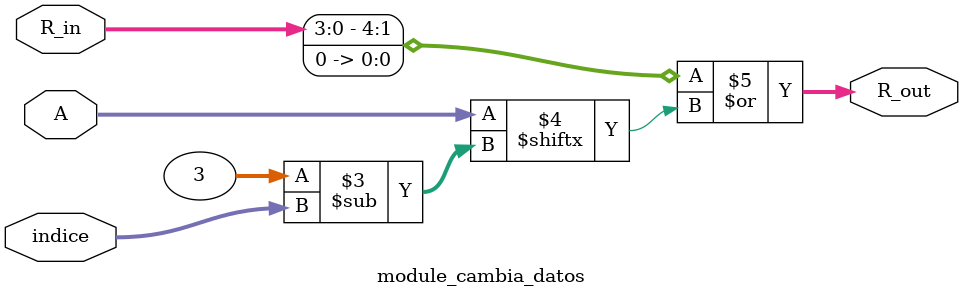
<source format=sv>
module module_cambia_datos(
    input  logic [4:0] R_in,
    input  logic [3:0] A,
    input  logic [1:0] indice,  
    output logic [4:0] R_out
);
    // Desplaza R y agrega el bit correspondiente de A
    always_comb begin
        R_out = (R_in << 1) | A[3 - indice];
    end
endmodule
</source>
